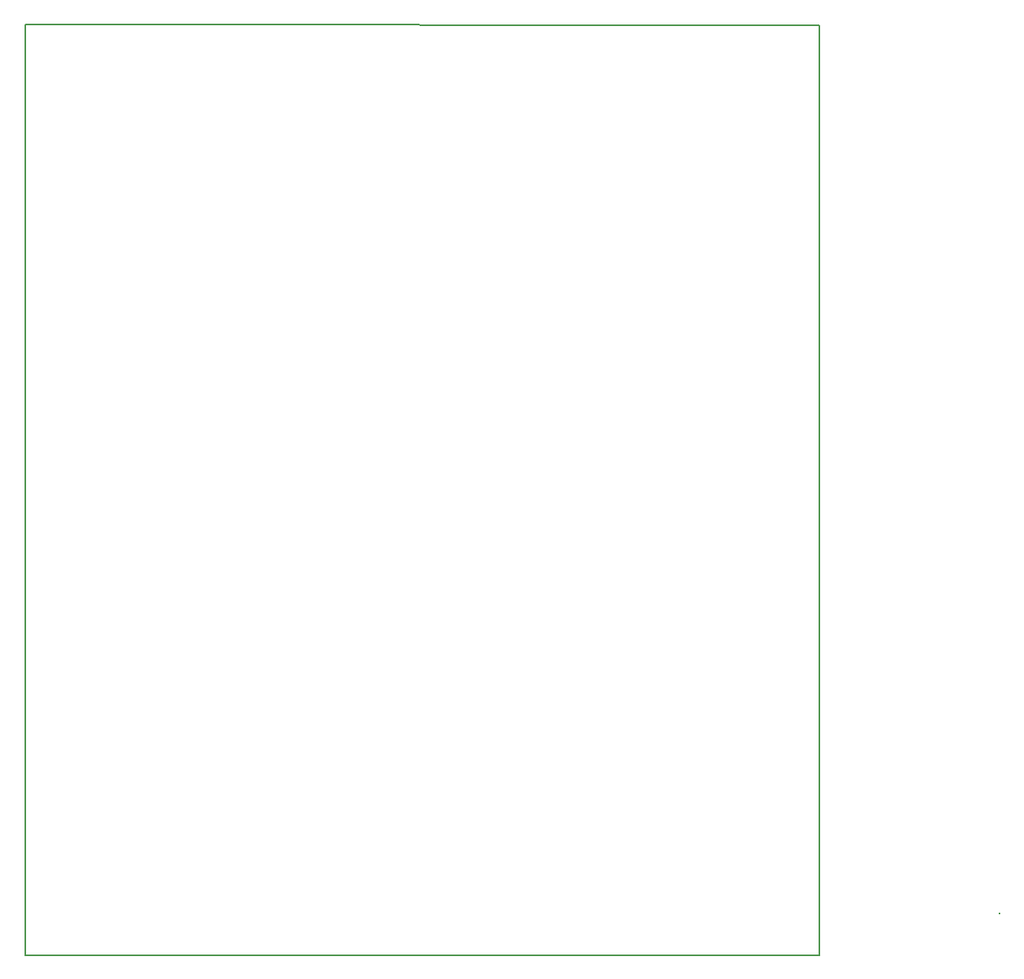
<source format=gbr>
G04 #@! TF.GenerationSoftware,KiCad,Pcbnew,5.0.2-bee76a0~70~ubuntu16.04.1*
G04 #@! TF.CreationDate,2019-03-16T11:45:13-06:00*
G04 #@! TF.ProjectId,LORA_Relay_AC,4c4f5241-5f52-4656-9c61-795f41432e6b,rev?*
G04 #@! TF.SameCoordinates,Original*
G04 #@! TF.FileFunction,Profile,NP*
%FSLAX46Y46*%
G04 Gerber Fmt 4.6, Leading zero omitted, Abs format (unit mm)*
G04 Created by KiCad (PCBNEW 5.0.2-bee76a0~70~ubuntu16.04.1) date Sat 16 Mar 2019 11:45:13 AM MDT*
%MOMM*%
%LPD*%
G01*
G04 APERTURE LIST*
%ADD10C,0.150000*%
G04 APERTURE END LIST*
D10*
X167259000Y-57912000D02*
X82169000Y-57785000D01*
X82169000Y-57785000D02*
X82169000Y-157607000D01*
X82169000Y-157607000D02*
X167259000Y-157607000D01*
X167259000Y-157607000D02*
X167259000Y-57912000D01*
X186563000Y-153162000D02*
X186563000Y-153035000D01*
M02*

</source>
